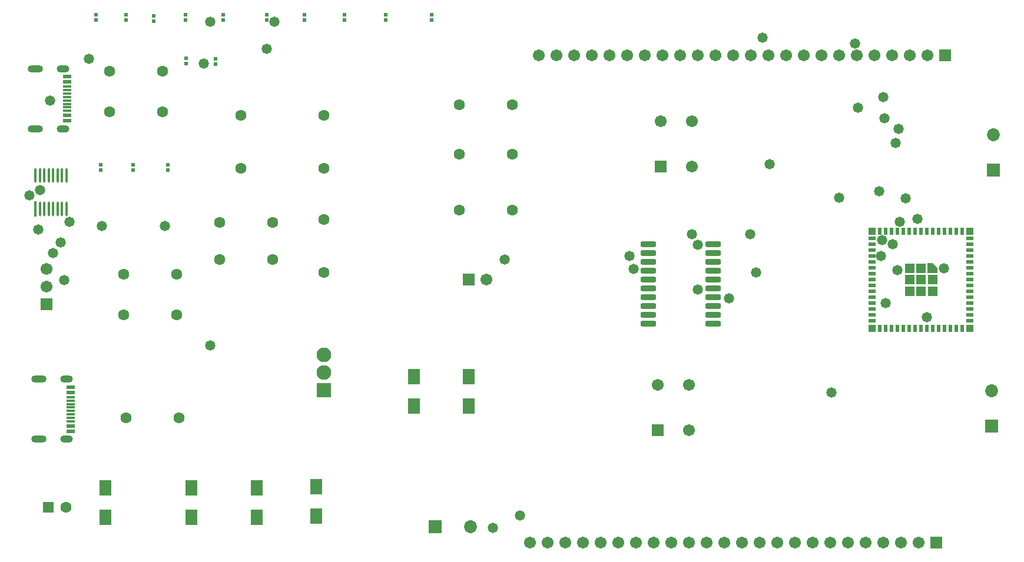
<source format=gbr>
%TF.GenerationSoftware,Altium Limited,Altium Designer,24.3.1 (35)*%
G04 Layer_Color=8388736*
%FSLAX45Y45*%
%MOMM*%
%TF.SameCoordinates,9497362C-8314-4730-AF2A-4C837BA13D10*%
%TF.FilePolarity,Negative*%
%TF.FileFunction,Soldermask,Top*%
%TF.Part,Single*%
G01*
G75*
%TA.AperFunction,SMDPad,CuDef*%
%ADD12R,0.47247X0.51535*%
%ADD13R,1.15000X0.30000*%
%ADD14R,1.15000X0.60000*%
G04:AMPARAMS|DCode=15|XSize=2.2mm|YSize=0.345mm|CornerRadius=0.1725mm|HoleSize=0mm|Usage=FLASHONLY|Rotation=90.000|XOffset=0mm|YOffset=0mm|HoleType=Round|Shape=RoundedRectangle|*
%AMROUNDEDRECTD15*
21,1,2.20000,0.00000,0,0,90.0*
21,1,1.85500,0.34500,0,0,90.0*
1,1,0.34500,0.00000,0.92750*
1,1,0.34500,0.00000,-0.92750*
1,1,0.34500,0.00000,-0.92750*
1,1,0.34500,0.00000,0.92750*
%
%ADD15ROUNDEDRECTD15*%
%ADD16R,0.34500X2.20000*%
%TA.AperFunction,ComponentPad*%
G04:AMPARAMS|DCode=30|XSize=1mm|YSize=1.8mm|CornerRadius=0.5mm|HoleSize=0mm|Usage=FLASHONLY|Rotation=270.000|XOffset=0mm|YOffset=0mm|HoleType=Round|Shape=RoundedRectangle|*
%AMROUNDEDRECTD30*
21,1,1.00000,0.80000,0,0,270.0*
21,1,0.00000,1.80000,0,0,270.0*
1,1,1.00000,-0.40000,0.00000*
1,1,1.00000,-0.40000,0.00000*
1,1,1.00000,0.40000,0.00000*
1,1,1.00000,0.40000,0.00000*
%
%ADD30ROUNDEDRECTD30*%
G04:AMPARAMS|DCode=31|XSize=1mm|YSize=2.2mm|CornerRadius=0.5mm|HoleSize=0mm|Usage=FLASHONLY|Rotation=270.000|XOffset=0mm|YOffset=0mm|HoleType=Round|Shape=RoundedRectangle|*
%AMROUNDEDRECTD31*
21,1,1.00000,1.20000,0,0,270.0*
21,1,0.00000,2.20000,0,0,270.0*
1,1,1.00000,-0.60000,0.00000*
1,1,1.00000,-0.60000,0.00000*
1,1,1.00000,0.60000,0.00000*
1,1,1.00000,0.60000,0.00000*
%
%ADD31ROUNDEDRECTD31*%
%TA.AperFunction,SMDPad,CuDef*%
%ADD40R,1.70320X2.32320*%
G04:AMPARAMS|DCode=41|XSize=0.8032mm|YSize=2.2532mm|CornerRadius=0.2516mm|HoleSize=0mm|Usage=FLASHONLY|Rotation=270.000|XOffset=0mm|YOffset=0mm|HoleType=Round|Shape=RoundedRectangle|*
%AMROUNDEDRECTD41*
21,1,0.80320,1.75000,0,0,270.0*
21,1,0.30000,2.25320,0,0,270.0*
1,1,0.50320,-0.87500,-0.15000*
1,1,0.50320,-0.87500,0.15000*
1,1,0.50320,0.87500,0.15000*
1,1,0.50320,0.87500,-0.15000*
%
%ADD41ROUNDEDRECTD41*%
%ADD42R,1.00320X1.00320*%
%ADD43R,0.60320X1.00320*%
%ADD44R,1.00320X0.60320*%
%TA.AperFunction,BGAPad,CuDef*%
%ADD45R,1.40320X1.40320*%
%TA.AperFunction,ComponentPad*%
%ADD46C,1.85320*%
%ADD47R,1.85320X1.85320*%
%ADD48C,1.70320*%
%ADD49R,1.70320X1.70320*%
%ADD50R,1.85320X1.85320*%
%ADD51C,1.60320*%
%ADD52R,1.60320X1.60320*%
%ADD53C,2.11320*%
%ADD54R,2.11320X2.11320*%
%ADD55R,1.70320X1.70320*%
%TA.AperFunction,ViaPad*%
%ADD56C,1.47320*%
G36*
X17873500Y9581900D02*
Y9721900D01*
X17948500D01*
X18013499Y9656900D01*
Y9581900D01*
X17873500D01*
D02*
G37*
D12*
X10744200Y13296655D02*
D03*
Y13220944D02*
D03*
X5981700Y11137656D02*
D03*
Y11061944D02*
D03*
X6451600Y11137656D02*
D03*
Y11061944D02*
D03*
X6946900Y11137656D02*
D03*
Y11061944D02*
D03*
X6350000Y13296655D02*
D03*
Y13220944D02*
D03*
X5918200Y13296655D02*
D03*
Y13220944D02*
D03*
X6743700Y13283955D02*
D03*
Y13208244D02*
D03*
X7200900Y13296655D02*
D03*
Y13220944D02*
D03*
X7747000Y13296655D02*
D03*
Y13220944D02*
D03*
X8915400Y13296655D02*
D03*
Y13220944D02*
D03*
X8369300Y13296655D02*
D03*
Y13220944D02*
D03*
X9486900Y13296655D02*
D03*
Y13220944D02*
D03*
X10083800Y13296655D02*
D03*
Y13220944D02*
D03*
X7213600Y12674600D02*
D03*
Y12598888D02*
D03*
X7632700Y12661656D02*
D03*
Y12585944D02*
D03*
D13*
X5498699Y12265401D02*
D03*
Y12215398D02*
D03*
Y12165401D02*
D03*
Y12115399D02*
D03*
Y12065401D02*
D03*
Y12015399D02*
D03*
Y11965402D02*
D03*
Y11915399D02*
D03*
X5550251Y7797500D02*
D03*
Y7747503D02*
D03*
Y7697500D02*
D03*
Y7647498D02*
D03*
Y7597501D02*
D03*
Y7547498D02*
D03*
Y7497501D02*
D03*
Y7447498D02*
D03*
D14*
X5498699Y11850400D02*
D03*
Y12330400D02*
D03*
Y12410399D02*
D03*
Y11770401D02*
D03*
X5550251Y7382500D02*
D03*
Y7862499D02*
D03*
Y7942499D02*
D03*
Y7302500D02*
D03*
D15*
X5048250Y10984200D02*
D03*
X5111750D02*
D03*
X5175250D02*
D03*
X5238750D02*
D03*
X5302250D02*
D03*
X5365750D02*
D03*
X5429250D02*
D03*
X5492750D02*
D03*
Y10504200D02*
D03*
X5429250D02*
D03*
X5365750D02*
D03*
X5302250D02*
D03*
X5238750D02*
D03*
X5175250D02*
D03*
X5111750D02*
D03*
D16*
X5048250D02*
D03*
D30*
X5441198Y11658402D02*
D03*
Y12522398D02*
D03*
X5492750Y7190501D02*
D03*
Y8054503D02*
D03*
D31*
X5041199Y11658402D02*
D03*
Y12522398D02*
D03*
X5092751Y7190501D02*
D03*
Y8054503D02*
D03*
D40*
X6054898Y6489700D02*
D03*
Y6066699D02*
D03*
X9080500Y6083300D02*
D03*
Y6506301D02*
D03*
X10490200Y7665903D02*
D03*
Y8088899D02*
D03*
X7286198Y6066699D02*
D03*
Y6489700D02*
D03*
X11277600Y7666899D02*
D03*
Y8089900D02*
D03*
X8229600Y6066699D02*
D03*
Y6489700D02*
D03*
D41*
X14791101Y9994900D02*
D03*
Y9867900D02*
D03*
Y9740900D02*
D03*
Y9613900D02*
D03*
Y9486900D02*
D03*
Y9359900D02*
D03*
X13860098Y9105900D02*
D03*
Y8851900D02*
D03*
Y9232900D02*
D03*
Y9486900D02*
D03*
Y8978900D02*
D03*
Y9359900D02*
D03*
X14791101Y8851900D02*
D03*
Y8978900D02*
D03*
Y9232900D02*
D03*
X13860098Y9613900D02*
D03*
Y9740900D02*
D03*
Y9994900D02*
D03*
X14791101Y9105900D02*
D03*
X13860098Y9867900D02*
D03*
D42*
X18478500Y10186899D02*
D03*
X17078497D02*
D03*
X18478500Y8786901D02*
D03*
X17078497D02*
D03*
D43*
X18373502Y10186899D02*
D03*
X18288498D02*
D03*
X18203499D02*
D03*
X18118501D02*
D03*
X18033502D02*
D03*
X17948499D02*
D03*
X17863499D02*
D03*
X17778500D02*
D03*
X17693498D02*
D03*
X17608499D02*
D03*
X17523502D02*
D03*
X17438503D02*
D03*
X17353497D02*
D03*
X17268500D02*
D03*
X17183501D02*
D03*
Y8786901D02*
D03*
X17268500D02*
D03*
X17353497D02*
D03*
X17438503D02*
D03*
X17523502D02*
D03*
X17608499D02*
D03*
X17693498D02*
D03*
X17778500D02*
D03*
X17863499D02*
D03*
X17948499D02*
D03*
X18033502D02*
D03*
X18118501D02*
D03*
X18203499D02*
D03*
X18288498D02*
D03*
X18373502D02*
D03*
D44*
X17078497Y10081900D02*
D03*
Y9996902D02*
D03*
Y9911898D02*
D03*
Y9826899D02*
D03*
Y9741901D02*
D03*
Y9656902D02*
D03*
Y9571899D02*
D03*
Y9486900D02*
D03*
Y9401901D02*
D03*
Y9316898D02*
D03*
Y9231899D02*
D03*
Y9146901D02*
D03*
Y9061902D02*
D03*
Y8976898D02*
D03*
Y8891900D02*
D03*
X18478500D02*
D03*
Y8976898D02*
D03*
Y9061902D02*
D03*
Y9146901D02*
D03*
Y9231899D02*
D03*
Y9316898D02*
D03*
Y9401901D02*
D03*
Y9486900D02*
D03*
Y9571899D02*
D03*
Y9656902D02*
D03*
Y9741901D02*
D03*
Y9826899D02*
D03*
Y9911898D02*
D03*
Y9996902D02*
D03*
Y10081900D02*
D03*
D45*
X17778500Y9486900D02*
D03*
X17943500D02*
D03*
Y9321902D02*
D03*
X17778500D02*
D03*
X17613498D02*
D03*
Y9486900D02*
D03*
Y9651898D02*
D03*
X17778500D02*
D03*
D46*
X18796001Y7886700D02*
D03*
X11303000Y5930900D02*
D03*
X18821400Y11569700D02*
D03*
D47*
X18796001Y7378700D02*
D03*
X18821400Y11061700D02*
D03*
D48*
X12153900Y5702300D02*
D03*
X12407900D02*
D03*
X12661900D02*
D03*
X12915900D02*
D03*
X13169901D02*
D03*
X13423900D02*
D03*
X13677901D02*
D03*
X13931900D02*
D03*
X14185899D02*
D03*
X14439900D02*
D03*
X14693900D02*
D03*
X14947900D02*
D03*
X15201900D02*
D03*
X15455901D02*
D03*
X15709900D02*
D03*
X15963901D02*
D03*
X16217900D02*
D03*
X16471899D02*
D03*
X16725900D02*
D03*
X16979900D02*
D03*
X17233900D02*
D03*
X17487900D02*
D03*
X17741901D02*
D03*
X12280900Y12712700D02*
D03*
X12534900D02*
D03*
X12788900D02*
D03*
X13042900D02*
D03*
X13296899D02*
D03*
X13550900D02*
D03*
X13804900D02*
D03*
X14058900D02*
D03*
X14312900D02*
D03*
X14566901D02*
D03*
X14820900D02*
D03*
X15074899D02*
D03*
X15328900D02*
D03*
X15582899D02*
D03*
X15836900D02*
D03*
X16090900D02*
D03*
X16344901D02*
D03*
X16598900D02*
D03*
X16852901D02*
D03*
X17106900D02*
D03*
X17360899D02*
D03*
X17614900D02*
D03*
X17868900D02*
D03*
X11531600Y9486900D02*
D03*
X5207000Y9385300D02*
D03*
Y9639300D02*
D03*
X14483502Y11117702D02*
D03*
Y11767698D02*
D03*
X14033501D02*
D03*
X14439900Y7320402D02*
D03*
Y7970398D02*
D03*
X13989899D02*
D03*
D49*
X17995900Y5702300D02*
D03*
X18122900Y12712700D02*
D03*
X11277600Y9486900D02*
D03*
D50*
X10795000Y5930900D02*
D03*
D51*
X8001000Y11850400D02*
D03*
Y11088400D02*
D03*
X11137900Y10490200D02*
D03*
X11899900D02*
D03*
X5486400Y6210300D02*
D03*
X6350000Y7497501D02*
D03*
X7112000D02*
D03*
X9194800Y10350500D02*
D03*
Y9588500D02*
D03*
Y11850400D02*
D03*
Y11088400D02*
D03*
X6108700Y12482800D02*
D03*
X6870700D02*
D03*
Y11901200D02*
D03*
X6108700D02*
D03*
X6311900Y9563100D02*
D03*
X7073900D02*
D03*
X6311900Y8978900D02*
D03*
X7073900D02*
D03*
X7693198Y10312400D02*
D03*
X8455198D02*
D03*
X11137900Y12001500D02*
D03*
X11899900D02*
D03*
X7693198Y9779000D02*
D03*
X8455198D02*
D03*
X11137900Y11290300D02*
D03*
X11899900D02*
D03*
D52*
X5232400Y6210300D02*
D03*
D53*
X9194800Y8407400D02*
D03*
Y8152399D02*
D03*
D54*
Y7897398D02*
D03*
D55*
X5207000Y9131300D02*
D03*
X14033501Y11117702D02*
D03*
X13989899Y7320402D02*
D03*
D56*
X12009120Y6093460D02*
D03*
X7556500Y8536940D02*
D03*
X5999480Y10259060D02*
D03*
X8369300Y12806680D02*
D03*
X14483080Y10142220D02*
D03*
X7467600Y12598888D02*
D03*
X5534660Y10320020D02*
D03*
X5816600Y12661900D02*
D03*
X18105119Y9649460D02*
D03*
X17457420Y11653520D02*
D03*
X17373599Y9997440D02*
D03*
X15501620Y12969240D02*
D03*
X17726660Y10357978D02*
D03*
X15410181Y9591040D02*
D03*
X17561560Y10652760D02*
D03*
X17254221Y11810340D02*
D03*
X17236440Y12110720D02*
D03*
X16875760Y11963400D02*
D03*
X16598900Y10668000D02*
D03*
X17205960Y9826899D02*
D03*
X17271638Y9146901D02*
D03*
X5298440Y9870440D02*
D03*
X17861279Y8946200D02*
D03*
X5085080Y10205720D02*
D03*
X4960620Y10701020D02*
D03*
X13589000Y9827260D02*
D03*
X15019020Y9217660D02*
D03*
X14569440Y9347200D02*
D03*
X11625580Y5913120D02*
D03*
X17221201Y10055860D02*
D03*
X15603220Y11145520D02*
D03*
X13642340Y9644380D02*
D03*
X11790680Y9779000D02*
D03*
X5405120Y10017760D02*
D03*
X6908800Y10259060D02*
D03*
X14566901Y9989820D02*
D03*
X7559040Y13192760D02*
D03*
X17411700Y11455400D02*
D03*
X15318739Y10142220D02*
D03*
X17472659Y10314940D02*
D03*
X17440819Y9622699D02*
D03*
X5455920Y9481820D02*
D03*
X5111750Y10772140D02*
D03*
X5257800Y12065000D02*
D03*
X8481060Y13192760D02*
D03*
X16489964Y7861300D02*
D03*
X16827499Y12882880D02*
D03*
X17180560Y10759440D02*
D03*
%TF.MD5,07ce957e7948fbc6375bc3d49a559bb8*%
M02*

</source>
